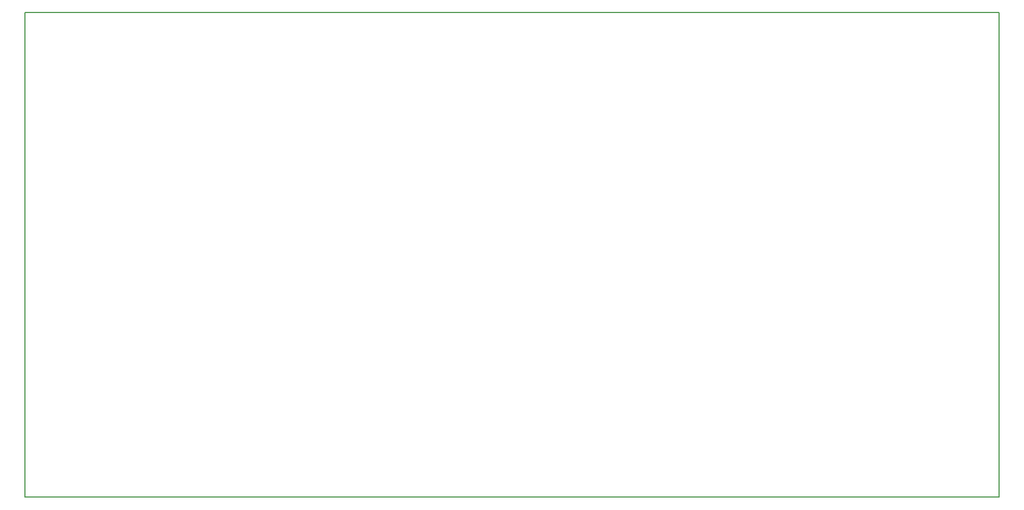
<source format=gbr>
%TF.GenerationSoftware,KiCad,Pcbnew,(6.0.11-0)*%
%TF.CreationDate,2024-05-25T22:05:19+02:00*%
%TF.ProjectId,The Mechanical Turk,54686520-4d65-4636-9861-6e6963616c20,rev?*%
%TF.SameCoordinates,Original*%
%TF.FileFunction,Profile,NP*%
%FSLAX46Y46*%
G04 Gerber Fmt 4.6, Leading zero omitted, Abs format (unit mm)*
G04 Created by KiCad (PCBNEW (6.0.11-0)) date 2024-05-25 22:05:19*
%MOMM*%
%LPD*%
G01*
G04 APERTURE LIST*
%TA.AperFunction,Profile*%
%ADD10C,0.200000*%
%TD*%
G04 APERTURE END LIST*
D10*
X77216000Y-63754000D02*
X229362000Y-63754000D01*
X229362000Y-63754000D02*
X229362000Y-139446000D01*
X229362000Y-139446000D02*
X77216000Y-139446000D01*
X77216000Y-139446000D02*
X77216000Y-63754000D01*
M02*

</source>
